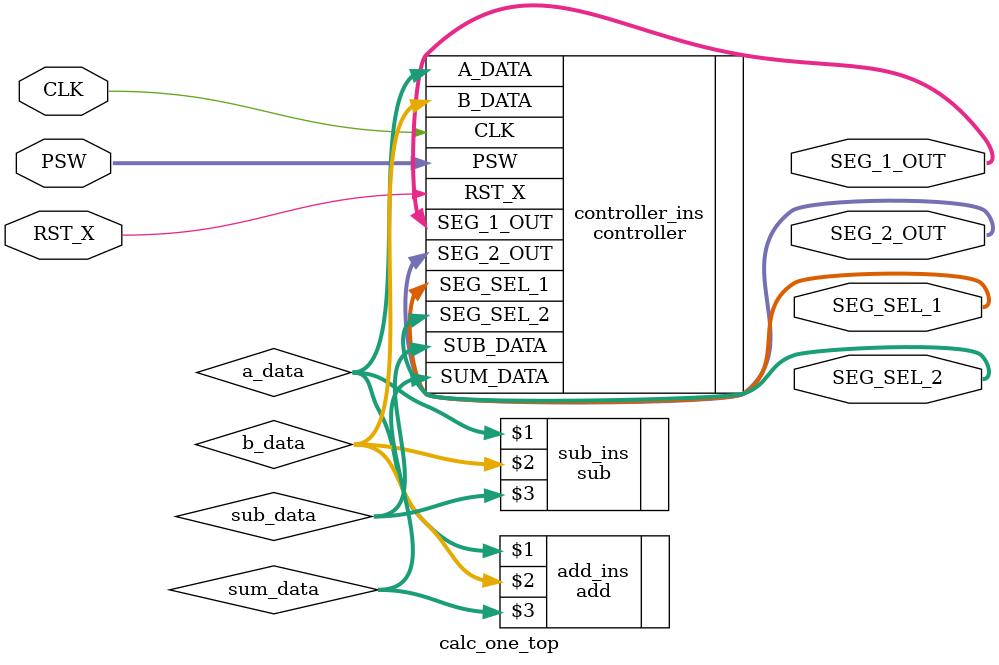
<source format=v>
module calc_one_top(CLK, RST_X, PSW, SEG_1_OUT, SEG_SEL_1, SEG_2_OUT, SEG_SEL_2);

input CLK;
input RST_X;
input [13:0] PSW;
output [7:0] SEG_1_OUT;
output [3:0] SEG_SEL_1;
output [7:0] SEG_2_OUT;
output [3:0] SEG_SEL_2;
wire [3:0] a_data;
wire [3:0] b_data;
wire [5:0] sub_data;
wire [5:0] sum_data;

controller controller_ins(.CLK(CLK), .RST_X(RST_X), .PSW(PSW), .SUM_DATA(sum_data),
                          .SUB_DATA(sub_data), .A_DATA(a_data), .B_DATA(b_data),
                          .SEG_1_OUT(SEG_1_OUT), .SEG_SEL_1(SEG_SEL_1),
                          .SEG_2_OUT(SEG_2_OUT), .SEG_SEL_2(SEG_SEL_2));
add add_ins(a_data, b_data, sum_data);
sub sub_ins(a_data, b_data, sub_data);

endmodule
</source>
